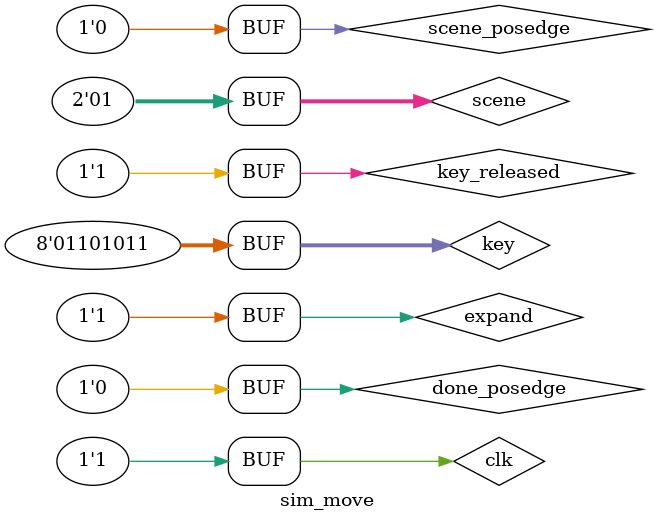
<source format=v>
`timescale 1ns / 1ps


module sim_move;

	// Inputs
	reg clk;
	reg [1:0] scene;
	reg scene_posedge;
	reg [7:0] key;
	reg key_released;
	reg done_posedge;
	reg expand;

	// Outputs
	wire [1:0] people;

	// Instantiate the Unit Under Test (UUT)
	move uut (
		.clk(clk), 
		.scene(scene), 
		.scene_posedge(scene_posedge), 
		.key(key), 
		.key_released(key_released), 
		.done_posedge(done_posedge), 
		.expand(expand), 
		.people(people)
	);

	initial begin
		// Initialize Inputs
		clk = 0;
		scene = 0;
		scene_posedge = 0;
		key = 0;
		key_released = 0;
		done_posedge = 0;
		expand = 0;

		// Wait 100 ns for global reset to finish
		#100;
        
		// Add stimulus here
		scene<=1;
		scene_posedge<=1;
		#40;
		scene_posedge<=0;
		#120;
		expand<=1;
		#40;
		key_released<=1;
		#40;
		key<=8'h6b;
		done_posedge<=1;
		#40;
		done_posedge<=0;
	end
	
	always begin
		clk<=0;
		#20;
		clk<=1;
		#20;
	end
      
endmodule


</source>
